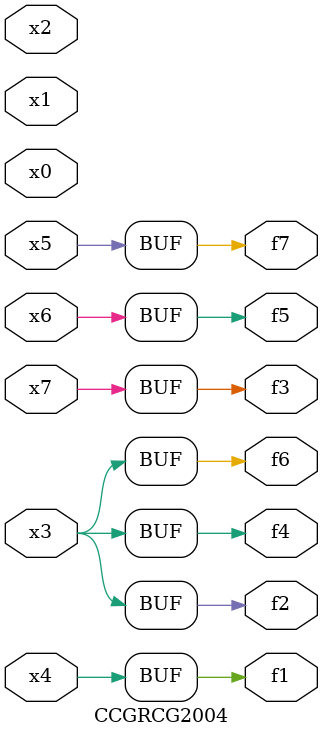
<source format=v>
module CCGRCG2004(
	input x0, x1, x2, x3, x4, x5, x6, x7,
	output f1, f2, f3, f4, f5, f6, f7
);
	assign f1 = x4;
	assign f2 = x3;
	assign f3 = x7;
	assign f4 = x3;
	assign f5 = x6;
	assign f6 = x3;
	assign f7 = x5;
endmodule

</source>
